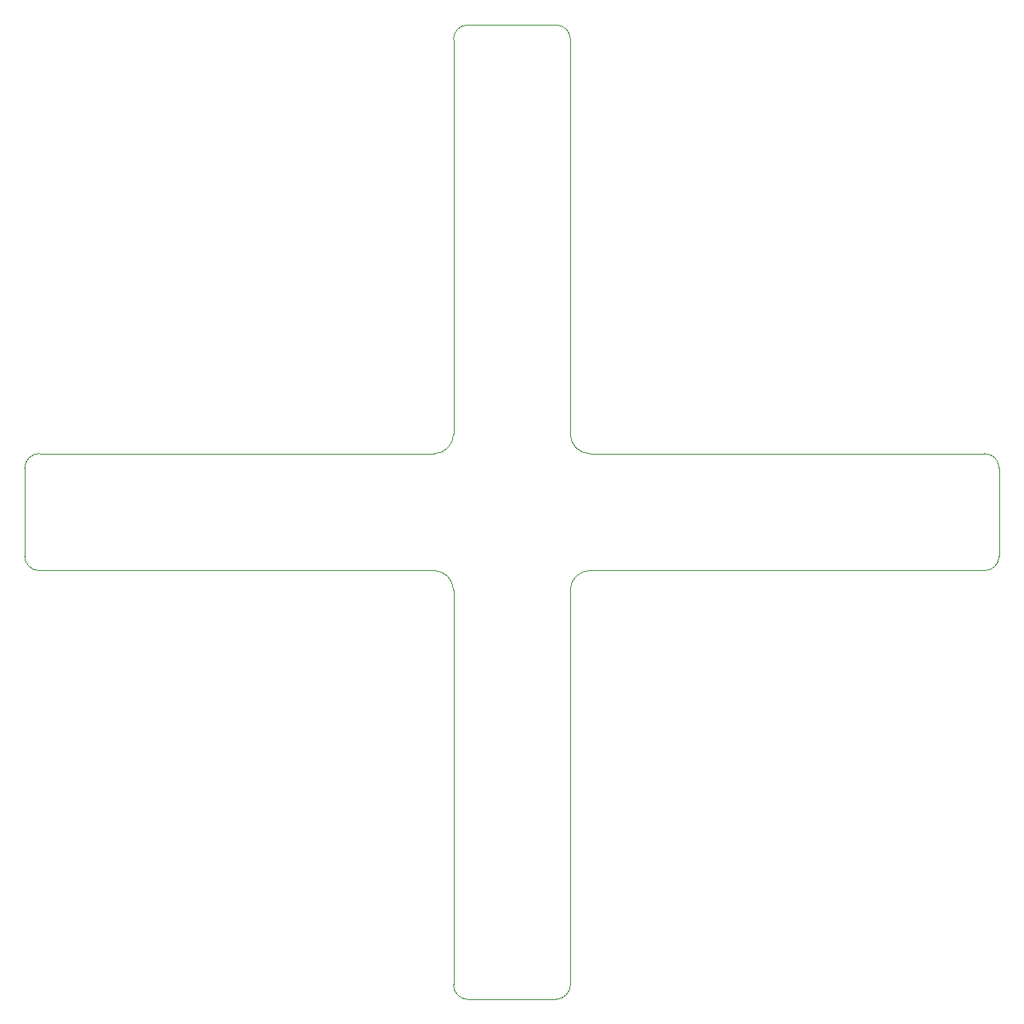
<source format=gbr>
%TF.GenerationSoftware,KiCad,Pcbnew,(6.0.0)*%
%TF.CreationDate,2022-11-17T23:24:08+01:00*%
%TF.ProjectId,Mora,4d6f7261-2e6b-4696-9361-645f70636258,rev?*%
%TF.SameCoordinates,Original*%
%TF.FileFunction,Profile,NP*%
%FSLAX46Y46*%
G04 Gerber Fmt 4.6, Leading zero omitted, Abs format (unit mm)*
G04 Created by KiCad (PCBNEW (6.0.0)) date 2022-11-17 23:24:08*
%MOMM*%
%LPD*%
G01*
G04 APERTURE LIST*
%TA.AperFunction,Profile*%
%ADD10C,0.050000*%
%TD*%
G04 APERTURE END LIST*
D10*
X187999999Y-73500000D02*
G75*
G03*
X186499999Y-72000000I-1500001J-1D01*
G01*
X145999999Y-72000000D02*
X186499999Y-72000000D01*
X143999999Y-70000000D02*
G75*
G03*
X145999999Y-72000000I1999999J-1D01*
G01*
X143999999Y-29500000D02*
X143999999Y-70000000D01*
X143999999Y-29500000D02*
G75*
G03*
X142499999Y-28000000I-1500001J-1D01*
G01*
X133499999Y-28000000D02*
X142499999Y-28000000D01*
X133499999Y-28000000D02*
G75*
G03*
X131999999Y-29500000I1J-1500001D01*
G01*
X132000000Y-70000000D02*
X131999999Y-29500000D01*
X130000000Y-72000000D02*
G75*
G03*
X132000000Y-70000000I0J2000000D01*
G01*
X89499999Y-72000000D02*
X130000000Y-72000000D01*
X89499999Y-72000000D02*
G75*
G03*
X87999999Y-73500000I1J-1500001D01*
G01*
X87999999Y-82500000D02*
X87999999Y-73500000D01*
X87999999Y-82500000D02*
G75*
G03*
X89499999Y-84000000I1500001J1D01*
G01*
X129999999Y-84000001D02*
X89499999Y-84000000D01*
X131999999Y-86000001D02*
G75*
G03*
X129999999Y-84000001I-1999999J1D01*
G01*
X131999999Y-126500000D02*
X131999999Y-86000001D01*
X131999999Y-126500000D02*
G75*
G03*
X133499999Y-128000000I1500001J1D01*
G01*
X142499999Y-128000000D02*
X133499999Y-128000000D01*
X142499999Y-128000000D02*
G75*
G03*
X143999999Y-126500000I-1J1500001D01*
G01*
X143999999Y-86000000D02*
X143999999Y-126500000D01*
X145999999Y-84000000D02*
G75*
G03*
X143999999Y-86000000I-1J-1999999D01*
G01*
X186499999Y-84000000D02*
X145999999Y-84000000D01*
X186499999Y-84000000D02*
G75*
G03*
X187999999Y-82500000I-1J1500001D01*
G01*
X187999999Y-73500000D02*
X187999999Y-82500000D01*
M02*

</source>
